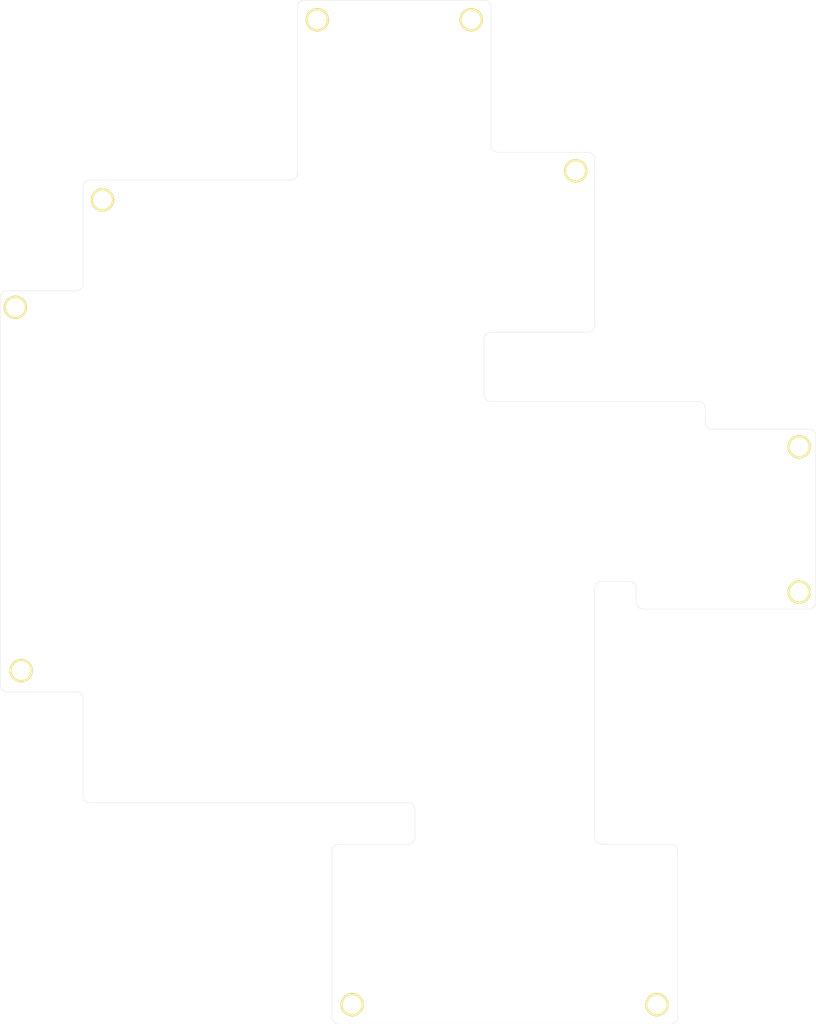
<source format=kicad_pcb>
(kicad_pcb (version 20211014) (generator pcbnew)
  (layers (0 "F.Cu" signal) (31 "B.Cu" signal) (34 "B.Paste" user) (35 "F.Paste" user) (36 "B.SilkS" user "B.Silkscreen") (37 "F.SilkS" user "F.Silkscreen") (38 "B.Mask" user) (39 "F.Mask" user) (44 "Edge.Cuts" user))
  (net 0 "")
  (footprint "" (layer "F.Cu") (at 262 187.5)
    (fp_text reference "" (at 0 0) (layer "F.SilkS") (effects (font (size 1.27 1.27))))
    (fp_text value "" (at 0 0) (layer "F.SilkS") (effects (font (size 1.27 1.27))))
    (pad "1" thru_hole circle locked (at 0 0) (size 4 4) (drill 3.2) (layers *.Cu *.Mask "F.SilkS"))
  )
  (footprint "" (layer "F.Cu") (at 396 149)
    (fp_text reference "" (at 0 0) (layer "F.SilkS") (effects (font (size 1.27 1.27))))
    (fp_text value "" (at 0 0) (layer "F.SilkS") (effects (font (size 1.27 1.27))))
    (pad "1" thru_hole circle locked (at 0 0) (size 4 4) (drill 3.2) (layers *.Cu *.Mask "F.SilkS"))
  )
  (footprint "" (layer "F.Cu") (at 396 174)
    (fp_text reference "" (at 0 0) (layer "F.SilkS") (effects (font (size 1.27 1.27))))
    (fp_text value "" (at 0 0) (layer "F.SilkS") (effects (font (size 1.27 1.27))))
    (pad "1" thru_hole circle locked (at 0 0) (size 4 4) (drill 3.2) (layers *.Cu *.Mask "F.SilkS"))
  )
  (footprint "" (layer "F.Cu") (at 313 75.5)
    (fp_text reference "" (at 0 0) (layer "F.SilkS") (effects (font (size 1.27 1.27))))
    (fp_text value "" (at 0 0) (layer "F.SilkS") (effects (font (size 1.27 1.27))))
    (pad "1" thru_hole circle locked (at 0 0) (size 4 4) (drill 3.2) (layers *.Cu *.Mask "F.SilkS"))
  )
  (footprint "" (layer "F.Cu") (at 276 106.5)
    (fp_text reference "" (at 0 0) (layer "F.SilkS") (effects (font (size 1.27 1.27))))
    (fp_text value "" (at 0 0) (layer "F.SilkS") (effects (font (size 1.27 1.27))))
    (pad "1" thru_hole circle locked (at 0 0) (size 4 4) (drill 3.2) (layers *.Cu *.Mask "F.SilkS"))
  )
  (footprint "keyboard_parts:HOLE_M3" (layer "F.Cu") (at 319 245)
    (fp_text reference "HOLE_M3" hide)
    (fp_text value "VAL**" hide)
    (pad "1" thru_hole circle locked (at 0 0) (size 4 4) (drill 3.2) (layers *.Cu *.Mask "F.SilkS"))
  )
  (footprint "" (layer "F.Cu") (at 261 125)
    (fp_text reference "" (at 0 0) (layer "F.SilkS") (effects (font (size 1.27 1.27))))
    (fp_text value "" (at 0 0) (layer "F.SilkS") (effects (font (size 1.27 1.27))))
    (pad "1" thru_hole circle locked (at 0 0) (size 4 4) (drill 3.2) (layers *.Cu *.Mask "F.SilkS"))
  )
  (footprint "keyboard_parts:HOLE_M3" (layer "F.Cu") (at 371.5 245)
    (fp_text reference "HOLE_M3" hide)
    (fp_text value "VAL**" hide)
    (pad "1" thru_hole circle locked (at 0 0) (size 4 4) (drill 3.2) (layers *.Cu *.Mask "F.SilkS"))
  )
  (footprint "" (layer "F.Cu") (at 357.5 101.5)
    (fp_text reference "" (at 0 0) (layer "F.SilkS") (effects (font (size 1.27 1.27))))
    (fp_text value "" (at 0 0) (layer "F.SilkS") (effects (font (size 1.27 1.27))))
    (pad "1" thru_hole circle locked (at 0 0) (size 4 4) (drill 3.2) (layers *.Cu *.Mask "F.SilkS"))
  )
  (footprint "" (layer "F.Cu") (at 339.5 75.5)
    (fp_text reference "" (at 0 0) (layer "F.SilkS") (effects (font (size 1.27 1.27))))
    (fp_text value "" (at 0 0) (layer "F.SilkS") (effects (font (size 1.27 1.27))))
    (pad "1" thru_hole circle locked (at 0 0) (size 4 4) (drill 3.2) (layers *.Cu *.Mask "F.SilkS"))
  )
  (gr_arc (start 398.869907 175.721808) (mid 398.521181 176.563708) (end 397.679281 176.912434) (layer "Edge.Cuts") (width 0.05))
  (gr_line (start 273.854177 103.093622) (end 308.382331 103.093622) (layer "Edge.Cuts") (width 0.05))
  (gr_line (start 328.622973 210.249962) (end 273.854177 210.249962) (layer "Edge.Cuts") (width 0.05))
  (gr_arc (start 375.057387 247.159368) (mid 374.708661 248.001268) (end 373.866761 248.349994) (layer "Edge.Cuts") (width 0.05))
  (gr_arc (start 373.866761 217.393718) (mid 374.708661 217.742444) (end 375.057387 218.584344) (layer "Edge.Cuts") (width 0.05))
  (gr_line (start 272.663551 209.059336) (end 272.663551 192.390572) (layer "Edge.Cuts") (width 0.05))
  (gr_line (start 315.526087 247.159368) (end 315.526087 218.584344) (layer "Edge.Cuts") (width 0.05))
  (gr_arc (start 360.769875 128.096768) (mid 360.421149 128.938668) (end 359.579249 129.287394) (layer "Edge.Cuts") (width 0.05))
  (gr_line (start 310.763583 72.137346) (end 341.719859 72.137346) (layer "Edge.Cuts") (width 0.05))
  (gr_line (start 379.819891 142.38428) (end 379.819891 144.765532) (layer "Edge.Cuts") (width 0.05))
  (gr_line (start 359.579249 129.287394) (end 342.910485 129.287394) (layer "Edge.Cuts") (width 0.05))
  (gr_line (start 341.719859 130.47802) (end 341.719859 140.003028) (layer "Edge.Cuts") (width 0.05))
  (gr_arc (start 360.769875 173.340556) (mid 361.118601 172.498656) (end 361.960501 172.14993) (layer "Edge.Cuts") (width 0.05))
  (gr_arc (start 309.572957 73.327972) (mid 309.921683 72.486072) (end 310.763583 72.137346) (layer "Edge.Cuts") (width 0.05))
  (gr_line (start 316.716713 217.393718) (end 328.622973 217.393718) (layer "Edge.Cuts") (width 0.05))
  (gr_line (start 360.769875 173.340556) (end 360.769875 216.203092) (layer "Edge.Cuts") (width 0.05))
  (gr_line (start 375.057387 218.584344) (end 375.057387 247.159368) (layer "Edge.Cuts") (width 0.05))
  (gr_arc (start 369.104257 176.912434) (mid 368.262357 176.563708) (end 367.913631 175.721808) (layer "Edge.Cuts") (width 0.05))
  (gr_line (start 372.676135 176.912434) (end 369.104257 176.912434) (layer "Edge.Cuts") (width 0.05))
  (gr_arc (start 361.960501 217.393718) (mid 361.118601 217.044992) (end 360.769875 216.203092) (layer "Edge.Cuts") (width 0.05))
  (gr_line (start 309.572957 101.902996) (end 309.572957 73.327972) (layer "Edge.Cuts") (width 0.05))
  (gr_arc (start 259.566665 191.199946) (mid 258.724765 190.85122) (end 258.376039 190.00932) (layer "Edge.Cuts") (width 0.05))
  (gr_arc (start 344.101111 98.331118) (mid 343.259211 97.982392) (end 342.910485 97.140492) (layer "Edge.Cuts") (width 0.05))
  (gr_line (start 344.101111 98.331118) (end 359.579249 98.331118) (layer "Edge.Cuts") (width 0.05))
  (gr_arc (start 341.719859 130.47802) (mid 342.068585 129.63612) (end 342.910485 129.287394) (layer "Edge.Cuts") (width 0.05))
  (gr_arc (start 258.376039 123.334264) (mid 258.724765 122.492364) (end 259.566665 122.143638) (layer "Edge.Cuts") (width 0.05))
  (gr_line (start 366.723005 172.14993) (end 361.960501 172.14993) (layer "Edge.Cuts") (width 0.05))
  (gr_arc (start 341.719859 72.137346) (mid 342.561759 72.486072) (end 342.910485 73.327972) (layer "Edge.Cuts") (width 0.05))
  (gr_line (start 329.813599 216.203092) (end 329.813599 211.440588) (layer "Edge.Cuts") (width 0.05))
  (gr_line (start 258.376039 190.00932) (end 258.376039 123.334264) (layer "Edge.Cuts") (width 0.05))
  (gr_line (start 361.960501 217.393718) (end 373.866761 217.393718) (layer "Edge.Cuts") (width 0.05))
  (gr_arc (start 381.010517 145.956158) (mid 380.168617 145.607432) (end 379.819891 144.765532) (layer "Edge.Cuts") (width 0.05))
  (gr_line (start 342.910485 141.193654) (end 378.629265 141.193654) (layer "Edge.Cuts") (width 0.05))
  (gr_arc (start 272.663551 120.953012) (mid 272.314825 121.794912) (end 271.472925 122.143638) (layer "Edge.Cuts") (width 0.05))
  (gr_line (start 398.869907 147.146784) (end 398.869907 175.721808) (layer "Edge.Cuts") (width 0.05))
  (gr_arc (start 315.526087 218.584344) (mid 315.874813 217.742444) (end 316.716713 217.393718) (layer "Edge.Cuts") (width 0.05))
  (gr_line (start 360.769875 99.521744) (end 360.769875 128.096768) (layer "Edge.Cuts") (width 0.05))
  (gr_arc (start 316.716713 248.349994) (mid 315.874813 248.001268) (end 315.526087 247.159368) (layer "Edge.Cuts") (width 0.05))
  (gr_arc (start 378.629265 141.193654) (mid 379.471165 141.54238) (end 379.819891 142.38428) (layer "Edge.Cuts") (width 0.05))
  (gr_line (start 271.472925 191.199946) (end 259.566665 191.199946) (layer "Edge.Cuts") (width 0.05))
  (gr_arc (start 309.572957 101.902996) (mid 309.224231 102.744896) (end 308.382331 103.093622) (layer "Edge.Cuts") (width 0.05))
  (gr_arc (start 397.679281 145.956158) (mid 398.521181 146.304884) (end 398.869907 147.146784) (layer "Edge.Cuts") (width 0.05))
  (gr_arc (start 342.910485 141.193654) (mid 342.068585 140.844928) (end 341.719859 140.003028) (layer "Edge.Cuts") (width 0.05))
  (gr_arc (start 366.723005 172.14993) (mid 367.564905 172.498656) (end 367.913631 173.340556) (layer "Edge.Cuts") (width 0.05))
  (gr_arc (start 329.813599 216.203092) (mid 329.464873 217.044992) (end 328.622973 217.393718) (layer "Edge.Cuts") (width 0.05))
  (gr_arc (start 271.472925 191.199946) (mid 272.314825 191.548672) (end 272.663551 192.390572) (layer "Edge.Cuts") (width 0.05))
  (gr_line (start 367.913631 175.721808) (end 367.913631 173.340556) (layer "Edge.Cuts") (width 0.05))
  (gr_line (start 259.566665 122.143638) (end 271.472925 122.143638) (layer "Edge.Cuts") (width 0.05))
  (gr_line (start 373.866761 248.349994) (end 316.716713 248.349994) (layer "Edge.Cuts") (width 0.05))
  (gr_arc (start 359.579249 98.331118) (mid 360.421149 98.679844) (end 360.769875 99.521744) (layer "Edge.Cuts") (width 0.05))
  (gr_line (start 381.010517 145.956158) (end 397.679281 145.956158) (layer "Edge.Cuts") (width 0.05))
  (gr_line (start 342.910485 73.327972) (end 342.910485 97.140492) (layer "Edge.Cuts") (width 0.05))
  (gr_arc (start 328.622973 210.249962) (mid 329.464873 210.598688) (end 329.813599 211.440588) (layer "Edge.Cuts") (width 0.05))
  (gr_arc (start 272.663551 104.284248) (mid 273.012277 103.442348) (end 273.854177 103.093622) (layer "Edge.Cuts") (width 0.05))
  (gr_arc (start 273.854177 210.249962) (mid 273.012277 209.901236) (end 272.663551 209.059336) (layer "Edge.Cuts") (width 0.05))
  (gr_line (start 272.663551 120.953012) (end 272.663551 104.284248) (layer "Edge.Cuts") (width 0.05))
  (gr_line (start 397.679281 176.912434) (end 372.676135 176.912434) (layer "Edge.Cuts") (width 0.05))
)
</source>
